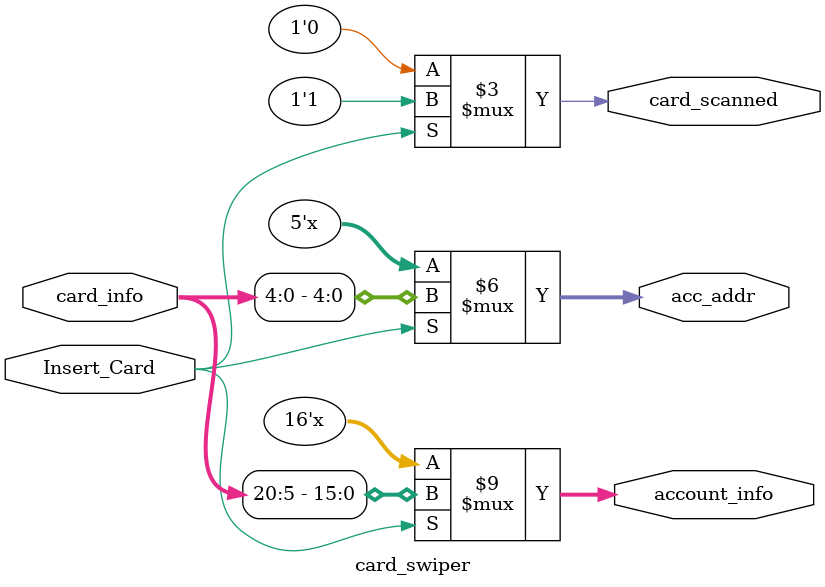
<source format=v>
module card_swiper(
					input Insert_Card,
					input wire[20:0] card_info,
					output reg [15:0] account_info,
					//output reg [4:0] PIN,
					output reg[4:0] acc_addr, 
					output reg card_scanned
					);
always @(card_info) begin
	if(Insert_Card) begin
		account_info = card_info[20:5];
		//PIN = card_info[4:0];
		acc_addr = card_info[4:0];
		card_scanned = 1;
	end
	else card_scanned = 0;
end


endmodule  
</source>
